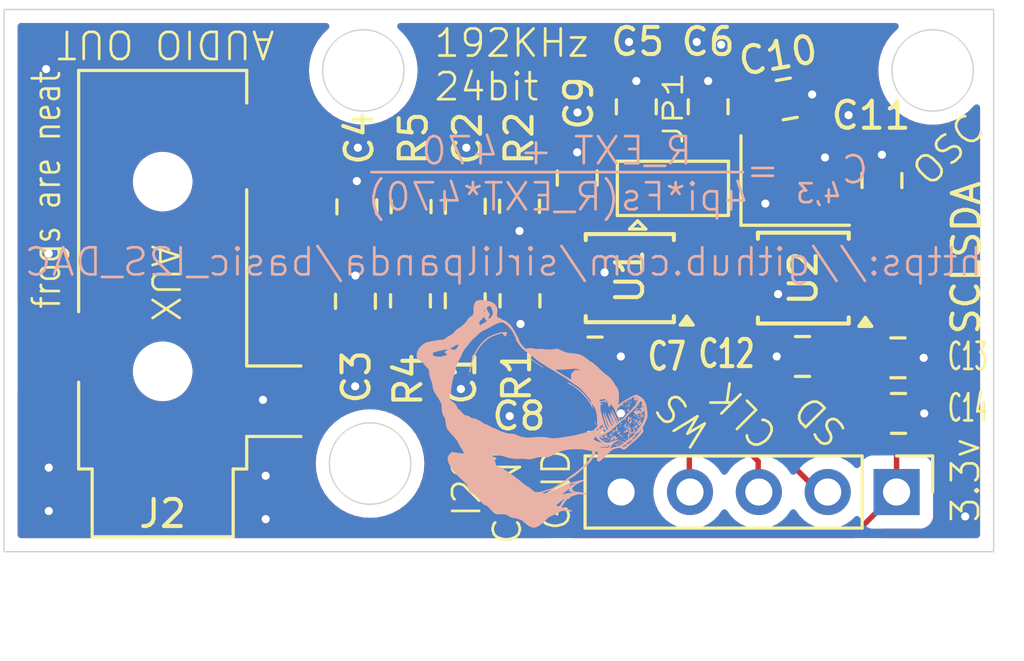
<source format=kicad_pcb>
(kicad_pcb (version 20240108) (generator "pcbnew") (generator_version "8.0")
  (layers (0 "F.Cu" signal) (31 "B.Cu" signal) (34 "B.Paste" user) (35 "F.Paste" user) (36 "B.SilkS" user "B.Silkscreen") (37 "F.SilkS" user "F.Silkscreen") (38 "B.Mask" user) (39 "F.Mask" user) (44 "Edge.Cuts" user))
  (net 0 "")
  (net 1 "Net-(JP1-C)")
  (net 2 "GND")
  (net 3 "Net-(JP1-B)")
  (net 4 "Net-(JP1-A)")
  (net 5 "+3.3V")
  (net 6 "/OUT_R")
  (net 7 "/OUT_R_POST")
  (net 8 "/OUT_L")
  (net 9 "/OUT_L_POST")
  (net 10 "/I2S_WS")
  (net 11 "/I2S_SD")
  (net 12 "/I2S_CLK")
  (net 13 "/MCLK")
  (net 14 "Net-(U1-FILT+)")
  (net 15 "Net-(U2-XA)")
  (net 16 "Net-(U2-XB)")
  (net 17 "Net-(U2-SCL)")
  (net 18 "Net-(U2-SDA)")
  (net 21 "Net-(C1-Pad1)")
  (net 22 "Net-(C2-Pad1)")
  (footprint "Crystal:Crystal_SMD_3225-4Pin_3.2x2.5mm" (layer "F.Cu") (at 113.43 59.31)
    (property "Reference" "Y1" (hide yes))
    (property "Value" "25MHz")
    (pad "1" smd rect (at -1.1 0.85) (size 1.4 1.2) (layers "F.Cu" "F.Paste" "F.Mask") (net 2 "GND"))
    (pad "2" smd rect (at 1.1 0.85) (size 1.4 1.2) (layers "F.Cu" "F.Paste" "F.Mask") (net 16 "Net-(U2-XB)"))
    (pad "3" smd rect (at 1.1 -0.85) (size 1.4 1.2) (layers "F.Cu" "F.Paste" "F.Mask") (net 2 "GND"))
    (pad "4" smd rect (at -1.1 -0.85) (size 1.4 1.2) (layers "F.Cu" "F.Paste" "F.Mask") (net 15 "Net-(U2-XA)"))
  )
  (footprint "Resistor_SMD:R_0805_2012Metric" (layer "F.Cu") (at 103.28 63.745 -90)
    (property "Reference" "R1" (at 2.744999 0.12 90) (layer "F.SilkS"))
    (property "Value" "10k")
    (pad "1" smd roundrect (at -0.9125 0 270) (size 1.025 1.4) (layers "F.Cu" "F.Paste" "F.Mask") (roundrect_rratio 0.243902) (net 21 "Net-(C1-Pad1)"))
    (pad "2" smd roundrect (at 0.9125 0 270) (size 1.025 1.4) (layers "F.Cu" "F.Paste" "F.Mask") (roundrect_rratio 0.243902) (net 2 "GND"))
  )
  (footprint "Capacitor_SMD:C_0805_2012Metric" (layer "F.Cu") (at 117.22 65.85)
    (property "Reference" "C13" (at 2.58 -0.05 180) (layer "F.SilkS") (effects (font (size 1 0.5) (thickness 0.1))))
    (property "Value" "0.1u")
    (pad "1" smd roundrect (at -0.95 0) (size 1 1.45) (layers "F.Cu" "F.Paste" "F.Mask") (net 5 "+3.3V"))
    (pad "2" smd roundrect (at 0.95 0) (size 1 1.45) (layers "F.Cu" "F.Paste" "F.Mask") (net 2 "GND"))
  )
  (footprint "Capacitor_SMD:C_0805_2012Metric" (layer "F.Cu") (at 101.26 63.745 -90)
    (property "Reference" "C1" (at 2.854999 0.12 90) (layer "F.SilkS"))
    (property "Value" "3.3u")
    (pad "1" smd roundrect (at -0.949999 0 270) (size 1 1.45) (layers "F.Cu" "F.Paste" "F.Mask") (net 21 "Net-(C1-Pad1)"))
    (pad "2" smd roundrect (at 0.949999 0 270) (size 1 1.45) (layers "F.Cu" "F.Paste" "F.Mask") (net 6 "/OUT_R"))
  )
  (footprint "Connector_PinHeader_2.54mm:PinHeader_1x05_P2.54mm_Vertical" (layer "F.Cu") (at 117.17 70.8 -90)
    (property "Reference" "J1" (hide yes))
    (property "Value" "Conn_01x05_Pin")
    (pad "1" thru_hole rect (at 0 0 270) (size 1.7 1.7) (drill 1) (layers "*.Cu" "*.Mask") (net 5 "+3.3V"))
    (pad "2" thru_hole oval (at 0 2.54 270) (size 1.7 1.7) (drill 1) (layers "*.Cu" "*.Mask") (net 11 "/I2S_SD"))
    (pad "3" thru_hole oval (at 0 5.08 270) (size 1.7 1.7) (drill 1) (layers "*.Cu" "*.Mask") (net 12 "/I2S_CLK"))
    (pad "4" thru_hole oval (at 0 7.62 270) (size 1.7 1.7) (drill 1) (layers "*.Cu" "*.Mask") (net 10 "/I2S_WS"))
    (pad "5" thru_hole oval (at 0 10.16 270) (size 1.7 1.7) (drill 1) (layers "*.Cu" "*.Mask") (net 2 "GND"))
  )
  (footprint "Package_SO:TSSOP-10_3x3mm_P0.5mm" (layer "F.Cu") (at 107.33 62.91 180)
    (property "Reference" "U1" (at 0 0.06 90) (layer "F.SilkS"))
    (property "Value" "CS4344")
    (pad "1" smd rect (at -2.15 -1 180) (size 1.1 0.25) (layers "F.Cu" "F.Paste" "F.Mask") (net 11 "/I2S_SD"))
    (pad "2" smd rect (at -2.15 -0.5 180) (size 1.1 0.25) (layers "F.Cu" "F.Paste" "F.Mask") (net 12 "/I2S_CLK"))
    (pad "3" smd rect (at -2.150001 0 180) (size 1.1 0.25) (layers "F.Cu" "F.Paste" "F.Mask") (net 10 "/I2S_WS"))
    (pad "4" smd rect (at -2.15 0.5 180) (size 1.1 0.25) (layers "F.Cu" "F.Paste" "F.Mask") (net 13 "/MCLK"))
    (pad "5" smd rect (at -2.15 1 180) (size 1.1 0.25) (layers "F.Cu" "F.Paste" "F.Mask") (net 1 "Net-(JP1-C)"))
    (pad "6" smd rect (at 2.15 1 180) (size 1.1 0.25) (layers "F.Cu" "F.Paste" "F.Mask") (net 14 "Net-(U1-FILT+)"))
    (pad "7" smd rect (at 2.15 0.5 180) (size 1.1 0.25) (layers "F.Cu" "F.Paste" "F.Mask") (net 8 "/OUT_L"))
    (pad "8" smd rect (at 2.150001 0 180) (size 1.1 0.25) (layers "F.Cu" "F.Paste" "F.Mask") (net 2 "GND"))
    (pad "9" smd rect (at 2.15 -0.5 180) (size 1.1 0.25) (layers "F.Cu" "F.Paste" "F.Mask") (net 5 "+3.3V"))
    (pad "10" smd rect (at 2.15 -1 180) (size 1.1 0.25) (layers "F.Cu" "F.Paste" "F.Mask") (net 6 "/OUT_R"))
  )
  (footprint "Capacitor_SMD:C_0805_2012Metric" (layer "F.Cu") (at 113.12 56.3 -170)
    (property "Reference" "C10" (at 0.037301 1.63126 190) (layer "F.SilkS"))
    (property "Value" "8p")
    (pad "1" smd roundrect (at -0.949999 -0.000001 190) (size 1 1.45) (layers "F.Cu" "F.Paste" "F.Mask") (net 2 "GND"))
    (pad "2" smd roundrect (at 0.949999 0.000001 190) (size 1 1.45) (layers "F.Cu" "F.Paste" "F.Mask") (net 15 "Net-(U2-XA)"))
  )
  (footprint "Capacitor_SMD:C_0805_2012Metric" (layer "F.Cu") (at 106.06 67.87)
    (property "Reference" "C8" (at -2.82 0.13 0) (layer "F.SilkS"))
    (property "Value" "0.1u")
    (pad "1" smd roundrect (at -0.95 0) (size 1 1.45) (layers "F.Cu" "F.Paste" "F.Mask") (net 5 "+3.3V"))
    (pad "2" smd roundrect (at 0.95 0) (size 1 1.45) (layers "F.Cu" "F.Paste" "F.Mask") (net 2 "GND"))
  )
  (footprint "Connector_Audio:Jack_3.5mm_CUI_SJ-3523-SMT_Horizontal" (layer "F.Cu") (at 90.1 63.85 180)
    (property "Reference" "J2" (at 0 -7.75 180) (layer "F.SilkS"))
    (property "Value" "AudioJack3")
    (pad "" np_thru_hole circle (at 0 -2.5 180) (size 1.7 1.7) (drill 1.7) (layers "*.Cu" "*.Mask"))
    (pad "" np_thru_hole circle (at 0 4.500001 180) (size 1.7 1.7) (drill 1.7) (layers "*.Cu" "*.Mask"))
    (pad "R" smd rect (at 3.7 -1.6 180) (size 2.8 2.2) (layers "F.Cu" "F.Paste" "F.Mask") (net 7 "/OUT_R_POST"))
    (pad "S" smd rect (at -3.700001 -3.6 180) (size 2.8 2.2) (layers "F.Cu" "F.Paste" "F.Mask") (net 2 "GND"))
    (pad "T" smd rect (at -3.7 5.8 180) (size 2.8 2.8) (layers "F.Cu" "F.Paste" "F.Mask") (net 9 "/OUT_L_POST"))
  )
  (footprint "Jumper:SolderJumper-3_P1.3mm_Open_Pad1.0x1.5mm" (layer "F.Cu") (at 108.92 59.6)
    (property "Reference" "JP1" (at 0.01 -2.95 90) (layer "F.SilkS") (effects (font (size 0.7 1) (thickness 0.1))))
    (property "Value" "Popguard ramp")
    (pad "1" smd rect (at -1.3 0) (size 1 1.5) (layers "F.Cu" "F.Mask") (net 4 "Net-(JP1-A)"))
    (pad "2" smd rect (at 0 0) (size 1 1.5) (layers "F.Cu" "F.Mask") (net 1 "Net-(JP1-C)"))
    (pad "3" smd rect (at 1.3 0) (size 1 1.5) (layers "F.Cu" "F.Mask") (net 3 "Net-(JP1-B)"))
  )
  (footprint "Capacitor_SMD:C_0805_2012Metric" (layer "F.Cu") (at 117.239999 67.9)
    (property "Reference" "C14" (at 2.560001 -0.2 180) (layer "F.SilkS") (effects (font (size 1 0.5) (thickness 0.1))))
    (property "Value" "1u")
    (pad "1" smd roundrect (at -0.949999 0) (size 1 1.45) (layers "F.Cu" "F.Paste" "F.Mask") (net 5 "+3.3V"))
    (pad "2" smd roundrect (at 0.949999 0) (size 1 1.45) (layers "F.Cu" "F.Paste" "F.Mask") (net 2 "GND"))
  )
  (footprint "Capacitor_SMD:C_0805_2012Metric" (layer "F.Cu") (at 106.05 65.82)
    (property "Reference" "C7" (at 2.65 -0.02 0) (layer "F.SilkS") (effects (font (size 1 0.7))))
    (property "Value" "0.1u")
    (pad "1" smd roundrect (at -0.95 0) (size 1 1.45) (layers "F.Cu" "F.Paste" "F.Mask") (net 5 "+3.3V"))
    (pad "2" smd roundrect (at 0.95 0) (size 1 1.45) (layers "F.Cu" "F.Paste" "F.Mask") (net 2 "GND"))
  )
  (footprint "Resistor_SMD:R_0805_2012Metric" (layer "F.Cu") (at 103.2625 60.26 -90)
    (property "Reference" "R2" (at -2.51 0.0125 90) (layer "F.SilkS"))
    (property "Value" "10k")
    (pad "1" smd roundrect (at -0.9125 0 270) (size 1.025 1.4) (layers "F.Cu" "F.Paste" "F.Mask") (roundrect_rratio 0.243902) (net 22 "Net-(C2-Pad1)"))
    (pad "2" smd roundrect (at 0.9125 0 270) (size 1.025 1.4) (layers "F.Cu" "F.Paste" "F.Mask") (roundrect_rratio 0.243902) (net 2 "GND"))
  )
  (footprint "Connector_Wire:SolderWirePad_1x01_SMD_1x2mm" (layer "F.Cu") (at 118.31 63.5)
    (property "Reference" "SCL" (at 1.42 0.1 90) (layer "F.SilkS"))
    (property "Value" "TestPoint")
    (pad "1" smd roundrect (at 0 0) (size 1 2) (layers "F.Cu" "F.Paste" "F.Mask") (net 17 "Net-(U2-SCL)"))
  )
  (footprint "Capacitor_SMD:C_0805_2012Metric" (layer "F.Cu") (at 110.22 56.59 90)
    (property "Reference" "C6" (at 2.4 0 0) (layer "F.SilkS"))
    (property "Value" "10u")
    (pad "1" smd roundrect (at -0.949999 0 90) (size 1 1.45) (layers "F.Cu" "F.Paste" "F.Mask") (net 3 "Net-(JP1-B)"))
    (pad "2" smd roundrect (at 0.949999 0 90) (size 1 1.45) (layers "F.Cu" "F.Paste" "F.Mask") (net 2 "GND"))
  )
  (footprint "Capacitor_SMD:C_0805_2012Metric" (layer "F.Cu") (at 101.2625 60.26 -90)
    (property "Reference" "C2" (at -2.51 -0.0875 90) (layer "F.SilkS"))
    (property "Value" "3.3u")
    (pad "1" smd roundrect (at -0.949999 0 270) (size 1 1.45) (layers "F.Cu" "F.Paste" "F.Mask") (net 22 "Net-(C2-Pad1)"))
    (pad "2" smd roundrect (at 0.949999 0 270) (size 1 1.45) (layers "F.Cu" "F.Paste" "F.Mask") (net 8 "/OUT_L"))
  )
  (footprint "Package_SO:MSOP-10_3x3mm_P0.5mm" (layer "F.Cu") (at 113.73 62.91 180)
    (property "Reference" "U2" (at 0 0 -90) (layer "F.SilkS"))
    (property "Value" "Si5351A-B-GT")
    (pad "1" smd rect (at -2.2 -1 180) (size 1.4 0.3) (layers "F.Cu" "F.Paste" "F.Mask") (net 5 "+3.3V"))
    (pad "2" smd rect (at -2.2 -0.499999 180) (size 1.4 0.3) (layers "F.Cu" "F.Paste" "F.Mask") (net 15 "Net-(U2-XA)"))
    (pad "3" smd rect (at -2.2 0 180) (size 1.4 0.3) (layers "F.Cu" "F.Paste" "F.Mask") (net 16 "Net-(U2-XB)"))
    (pad "4" smd rect (at -2.2 0.499999 180) (size 1.4 0.3) (layers "F.Cu" "F.Paste" "F.Mask") (net 17 "Net-(U2-SCL)"))
    (pad "5" smd rect (at -2.2 1 180) (size 1.4 0.3) (layers "F.Cu" "F.Paste" "F.Mask") (net 18 "Net-(U2-SDA)"))
    (pad "6" smd rect (at 2.2 1 180) (size 1.4 0.3) (layers "F.Cu" "F.Paste" "F.Mask"))
    (pad "7" smd rect (at 2.2 0.499999 180) (size 1.4 0.3) (layers "F.Cu" "F.Paste" "F.Mask") (net 5 "+3.3V"))
    (pad "8" smd rect (at 2.2 0 180) (size 1.4 0.3) (layers "F.Cu" "F.Paste" "F.Mask") (net 2 "GND"))
    (pad "9" smd rect (at 2.2 -0.499999 180) (size 1.4 0.3) (layers "F.Cu" "F.Paste" "F.Mask"))
    (pad "10" smd rect (at 2.2 -1 180) (size 1.4 0.3) (layers "F.Cu" "F.Paste" "F.Mask") (net 13 "/MCLK"))
  )
  (footprint "Capacitor_SMD:C_0805_2012Metric" (layer "F.Cu") (at 113.7 65.8 180)
    (property "Reference" "C12" (at 2.8 0.1 180) (layer "F.SilkS") (effects (font (size 1 0.7))))
    (property "Value" "0.1u")
    (pad "1" smd roundrect (at -0.949999 0 180) (size 1 1.45) (layers "F.Cu" "F.Paste" "F.Mask") (net 5 "+3.3V"))
    (pad "2" smd roundrect (at 0.949999 0 180) (size 1 1.45) (layers "F.Cu" "F.Paste" "F.Mask") (net 2 "GND"))
  )
  (footprint "Capacitor_SMD:C_0805_2012Metric" (layer "F.Cu") (at 97.2625 60.28 90)
    (property "Reference" "C4" (at 2.53 0.0875 270) (layer "F.SilkS"))
    (property "Value" "C")
    (pad "1" smd roundrect (at -0.949999 0 90) (size 1 1.45) (layers "F.Cu" "F.Paste" "F.Mask") (net 9 "/OUT_L_POST"))
    (pad "2" smd roundrect (at 0.949999 0 90) (size 1 1.45) (layers "F.Cu" "F.Paste" "F.Mask") (net 2 "GND"))
  )
  (footprint "Resistor_SMD:R_0805_2012Metric" (layer "F.Cu") (at 99.2625 60.2725 -90)
    (property "Reference" "R5" (at -2.5225 -0.0875 90) (layer "F.SilkS"))
    (property "Value" "470")
    (pad "1" smd roundrect (at -0.9125 0 270) (size 1.025 1.4) (layers "F.Cu" "F.Paste" "F.Mask") (roundrect_rratio 0.243902) (net 22 "Net-(C2-Pad1)"))
    (pad "2" smd roundrect (at 0.9125 0 270) (size 1.025 1.4) (layers "F.Cu" "F.Paste" "F.Mask") (roundrect_rratio 0.243902) (net 9 "/OUT_L_POST"))
  )
  (footprint "Capacitor_SMD:C_0805_2012Metric" (layer "F.Cu") (at 105.39 59.22 90)
    (property "Reference" "C9" (at 2.76 0.06 270) (layer "F.SilkS"))
    (property "Value" "0.1u")
    (pad "1" smd roundrect (at -0.949999 0 90) (size 1 1.45) (layers "F.Cu" "F.Paste" "F.Mask") (net 14 "Net-(U1-FILT+)"))
    (pad "2" smd roundrect (at 0.949999 0 90) (size 1 1.45) (layers "F.Cu" "F.Paste" "F.Mask") (net 2 "GND"))
  )
  (footprint "Connector_Wire:SolderWirePad_1x01_SMD_1x2mm" (layer "F.Cu") (at 118.34 60.89)
    (property "Reference" "SDA" (at 1.41 -0.14 90) (layer "F.SilkS"))
    (property "Value" "TestPoint")
    (pad "1" smd roundrect (at 0 0) (size 1 2) (layers "F.Cu" "F.Paste" "F.Mask") (net 18 "Net-(U2-SDA)"))
  )
  (footprint "Capacitor_SMD:C_0805_2012Metric" (layer "F.Cu") (at 97.21 63.765001 90)
    (property "Reference" "C3" (at -2.784999 0.03 270) (layer "F.SilkS"))
    (property "Value" "C")
    (pad "1" smd roundrect (at -0.949999 0 90) (size 1 1.45) (layers "F.Cu" "F.Paste" "F.Mask") (net 7 "/OUT_R_POST"))
    (pad "2" smd roundrect (at 0.949999 0 90) (size 1 1.45) (layers "F.Cu" "F.Paste" "F.Mask") (net 2 "GND"))
  )
  (footprint "Capacitor_SMD:C_0805_2012Metric" (layer "F.Cu") (at 116.63 59.31 -90)
    (property "Reference" "C11" (at -2.4 0.4 0) (layer "F.SilkS"))
    (property "Value" "8p")
    (pad "1" smd roundrect (at -0.949999 0 270) (size 1 1.45) (layers "F.Cu" "F.Paste" "F.Mask") (net 2 "GND"))
    (pad "2" smd roundrect (at 0.949999 0 270) (size 1 1.45) (layers "F.Cu" "F.Paste" "F.Mask") (net 16 "Net-(U2-XB)"))
  )
  (footprint "Capacitor_SMD:C_0805_2012Metric" (layer "F.Cu") (at 107.57 56.59 90)
    (property "Reference" "C5" (at 2.4 0.05 0) (layer "F.SilkS"))
    (property "Value" "3.3u")
    (pad "1" smd roundrect (at -0.949999 0 90) (size 1 1.45) (layers "F.Cu" "F.Paste" "F.Mask") (net 4 "Net-(JP1-A)"))
    (pad "2" smd roundrect (at 0.949999 0 90) (size 1 1.45) (layers "F.Cu" "F.Paste" "F.Mask") (net 2 "GND"))
  )
  (footprint "Resistor_SMD:R_0805_2012Metric" (layer "F.Cu") (at 99.24 63.7475 -90)
    (property "Reference" "R4" (at 2.902499 0.09 90) (layer "F.SilkS"))
    (property "Value" "470")
    (pad "1" smd roundrect (at -0.9125 0 270) (size 1.025 1.4) (layers "F.Cu" "F.Paste" "F.Mask") (roundrect_rratio 0.243902) (net 21 "Net-(C1-Pad1)"))
    (pad "2" smd roundrect (at 0.9125 0 270) (size 1.025 1.4) (layers "F.Cu" "F.Paste" "F.Mask") (roundrect_rratio 0.243902) (net 7 "/OUT_R_POST"))
  )
  (footprint "frogs:frog_smol" (layer "B.Cu") (at 103.276055 67.419522 -135)
    (property "Reference" "G***" (hide yes))
    (property "Value" "LOGO" (hide yes))
  )
  (gr_line (start 111.5 59) (end 97.8 59) (stroke (width 0.1)) (layer "B.SilkS"))
  (gr_line (start 84.25 73) (end 84.25 53) (stroke (width 0.05)) (layer "Edge.Cuts"))
  (gr_line (start 119 73) (end 84.25 73) (stroke (width 0.05)) (layer "Edge.Cuts"))
  (gr_circle (center 97.75 69.75) (end 99.25 69.75) (stroke (width 0.05)) (fill none) (layer "Edge.Cuts"))
  (gr_line (start 84.25 53) (end 120.75 53) (stroke (width 0.05)) (layer "Edge.Cuts"))
  (gr_circle (center 97.5 55.25) (end 99 55.25) (stroke (width 0.05)) (fill none) (layer "Edge.Cuts"))
  (gr_line (start 120.75 53) (end 120.75 73) (stroke (width 0.05)) (layer "Edge.Cuts"))
  (gr_circle (center 118.5 55.25) (end 120 55.25) (stroke (width 0.05)) (fill none) (layer "Edge.Cuts"))
  (gr_line (start 120.75 73) (end 119 73) (stroke (width 0.05)) (layer "Edge.Cuts"))
  (gr_text "C   =" (at 116.2 59.5 0) (layer "B.SilkS") (effects (font (size 1 1) (thickness 0.1)) (justify left bottom mirror)))
  (gr_text "https://github.com/sirlilpanda/basic_I2S_DAC" (at 120.4 62.9 0) (layer "B.SilkS") (effects (font (size 1 1) (thickness 0.1)) (justify left bottom mirror)))
  (gr_text "R_EXT + 470" (at 109.7 58.8 0) (layer "B.SilkS") (effects (font (size 1 1) (thickness 0.1)) (justify left bottom mirror)))
  (gr_text "4pi*Fs(R_EXT*470)" (at 111.8 60.5 0) (layer "B.SilkS") (effects (font (size 1 1) (thickness 0.1)) (justify left bottom mirror)))
  (gr_text "4,3" (at 115.2 60.2 0) (layer "B.SilkS") (effects (font (size 0.7 0.7) (thickness 0.1)) (justify left bottom mirror)))
  (gr_text "frogs are neat" (at 86.4 64.1 90) (layer "F.SilkS") (effects (font (size 1 0.8) (thickness 0.1)) (justify left bottom)))
  (gr_text "WS" (at 110.5 68.5 135) (layer "F.SilkS") (effects (font (size 1 1) (thickness 0.1)) (justify left bottom)))
  (gr_text "SD" (at 115.5 68.5 135) (layer "F.SilkS") (effects (font (size 1 1) (thickness 0.1)) (justify left bottom)))
  (gr_text "GND" (at 105.2 72.3 90) (layer "F.SilkS") (effects (font (size 1 1) (thickness 0.1)) (justify left bottom)))
  (gr_text "I2S" (at 101.9 71.8 90) (layer "F.SilkS") (effects (font (size 1 1) (thickness 0.1)) (justify left bottom)))
  (gr_text "OSC" (at 118.4 59.7 45) (layer "F.SilkS") (effects (font (size 1 1) (thickness 0.1)) (justify left bottom)))
  (gr_text "3.3v" (at 120.3 72 90) (layer "F.SilkS") (effects (font (size 1 1) (thickness 0.1)) (justify left bottom)))
  (gr_text "CONN" (at 103.4 72.8 90) (layer "F.SilkS") (effects (font (size 1 1) (thickness 0.1)) (justify left bottom)))
  (gr_text "AUDIO OUT" (at 94.3 53.7 180) (layer "F.SilkS") (effects (font (size 1 1) (thickness 0.1)) (justify left bottom)))
  (gr_text "AUX" (at 89.6 61.6 -90) (layer "F.SilkS") (effects (font (size 1 1) (thickness 0.1)) (justify left bottom)))
  (gr_text "192KHz\n24bit" (at 100.048386 56.437327 0) (layer "F.SilkS") (effects (font (size 1 1) (thickness 0.1)) (justify left bottom)))
  (gr_text "CLK" (at 113 68.6 135) (layer "F.SilkS") (effects (font (size 1 1) (thickness 0.1)) (justify left bottom)))
  (segment (start 109.48 61.91) (end 108.92 61.35) (width 0.2) (layer "F.Cu") (net 1))
  (segment (start 108.92 61.35) (end 108.92 59.69) (width 0.2) (layer "F.Cu") (net 1))
  (segment (start 112.8 63.5) (end 112.7 63.5) (width 0.2) (layer "F.Cu") (net 2))
  (segment (start 112.480001 62.91) (end 112.8 63.229999) (width 0.2) (layer "F.Cu") (net 2))
  (segment (start 111.53 62.91) (end 112.480001 62.91) (width 0.2) (layer "F.Cu") (net 2))
  (segment (start 106.19 62.91) (end 106.4 62.7) (width 0.2) (layer "F.Cu") (net 2))
  (segment (start 105.179999 62.91) (end 106.19 62.91) (width 0.2) (layer "F.Cu") (net 2))
  (segment (start 112.8 63.229999) (end 112.8 63.5) (width 0.2) (layer "F.Cu") (net 2))
  (via (at 85.8 55.2) (size 0.6) (drill 0.3) (layers "F.Cu" "B.Cu") (net 2))
  (via (at 97.21 62.815002) (size 0.6) (drill 0.3) (layers "F.Cu" "B.Cu") (net 2))
  (via (at 97.3 58.1) (size 0.6) (drill 0.3) (layers "F.Cu" "B.Cu") (net 2))
  (via (at 102.9 68) (size 0.6) (drill 0.3) (layers "F.Cu" "B.Cu") (net 2))
  (via (at 114.055566 56.135035) (size 0.6) (drill 0.3) (layers "F.Cu" "B.Cu") (net 2))
  (via (at 101.1 67) (size 0.6) (drill 0.3) (layers "F.Cu" "B.Cu") (net 2))
  (via (at 107.57 55.640001) (size 0.6) (drill 0.3) (layers "F.Cu" "B.Cu") (net 2))
  (via (at 109.8 54.2) (size 0.6) (drill 0.3) (layers "F.Cu" "B.Cu") (net 2))
  (via (at 107 67.9) (size 0.6) (drill 0.3) (layers "F.Cu" "B.Cu") (net 2))
  (via (at 106.4 62.7) (size 0.6) (drill 0.3) (layers "F.Cu" "B.Cu") (net 2))
  (via (at 110.22 55.640001) (size 0.6) (drill 0.3) (layers "F.Cu" "B.Cu") (net 2))
  (via (at 112.750001 65.8) (size 0.6) (drill 0.3) (layers "F.Cu" "B.Cu") (net 2))
  (via (at 97.2 66.9) (size 0.6) (drill 0.3) (layers "F.Cu" "B.Cu") (net 2))
  (via (at 85.9 71.5) (size 0.6) (drill 0.3) (layers "F.Cu" "B.Cu") (net 2))
  (via (at 85.9 69.9) (size 0.6) (drill 0.3) (layers "F.Cu" "B.Cu") (net 2))
  (via (at 112.33 60.16) (size 0.6) (drill 0.3) (layers "F.Cu" "B.Cu") (net 2))
  (via (at 118.189998 67.9) (size 0.6) (drill 0.3) (layers "F.Cu" "B.Cu") (net 2))
  (via (at 115.4 56.9) (size 0.6) (drill 0.3) (layers "F.Cu" "B.Cu") (net 2))
  (via (at 118.17 65.85) (size 0.6) (drill 0.3) (layers "F.Cu" "B.Cu") (net 2))
  (via (at 105.4 56.8) (size 0.6) (drill 0.3) (layers "F.Cu" "B.Cu") (net 2))
  (via (at 101.3 58.1) (size 0.6) (drill 0.3) (layers "F.Cu" "B.Cu") (net 2))
  (via (at 97.2625 59.330001) (size 0.6) (drill 0.3) (layers "F.Cu" "B.Cu") (net 2))
  (via (at 119.7 71.7) (size 0.6) (drill 0.3) (layers "F.Cu" "B.Cu") (net 2))
  (via (at 105.39 58.270001) (size 0.6) (drill 0.3) (layers "F.Cu" "B.Cu") (net 2))
  (via (at 93.8 67.4) (size 0.6) (drill 0.3) (layers "F.Cu" "B.Cu") (net 2))
  (via (at 114.53 58.46) (size 0.6) (drill 0.3) (layers "F.Cu" "B.Cu") (net 2))
  (via (at 107.3 54.2) (size 0.6) (drill 0.3) (layers "F.Cu" "B.Cu") (net 2))
  (via (at 103.2625 61.1725) (size 0.6) (drill 0.3) (layers "F.Cu" "B.Cu") (net 2))
  (via (at 112.8 63.5) (size 0.6) (drill 0.3) (layers "F.Cu" "B.Cu") (net 2))
  (via (at 93.9 70.2) (size 0.6) (drill 0.3) (layers "F.Cu" "B.Cu") (net 2))
  (via (at 85.9 62) (size 0.6) (drill 0.3) (layers "F.Cu" "B.Cu") (net 2))
  (via (at 93.9 71.8) (size 0.6) (drill 0.3) (layers "F.Cu" "B.Cu") (net 2))
  (via (at 107 65.8) (size 0.6) (drill 0.3) (layers "F.Cu" "B.Cu") (net 2))
  (via (at 116.63 58.360001) (size 0.6) (drill 0.3) (layers "F.Cu" "B.Cu") (net 2))
  (via (at 110.7 54.3) (size 0.6) (drill 0.3) (layers "F.Cu" "B.Cu") (net 2))
  (via (at 103.3 64.6) (size 0.6) (drill 0.3) (layers "F.Cu" "B.Cu") (net 2))
  (segment (start 110.22 59.69) (end 110.22 57.539999) (width 0.2) (layer "F.Cu") (net 3))
  (segment (start 107.62 57.589999) (end 107.57 57.539999) (width 0.2) (layer "F.Cu") (net 4))
  (segment (start 107.62 59.69) (end 107.62 57.589999) (width 0.2) (layer "F.Cu") (net 4))
  (segment (start 105.18 63.41) (end 105.955 63.41) (width 0.2) (layer "F.Cu") (net 5))
  (segment (start 116.29 67.9) (end 116.29 65.87) (width 0.8) (layer "F.Cu") (net 5))
  (segment (start 112.55853 62.410001) (end 114.649999 64.50147) (width 0.2) (layer "F.Cu") (net 5))
  (segment (start 106.37 64.13) (end 105.1 65.4) (width 0.2) (layer "F.Cu") (net 5))
  (segment (start 111.53 62.410001) (end 112.55853 62.410001) (width 0.2) (layer "F.Cu") (net 5))
  (segment (start 114.699999 65.85) (end 114.649999 65.8) (width 0.8) (layer "F.Cu") (net 5))
  (segment (start 105.955 63.41) (end 106.37 63.825) (width 0.2) (layer "F.Cu") (net 5))
  (segment (start 117.17 70.8) (end 117.17 68.78) (width 0.2) (layer "F.Cu") (net 5))
  (segment (start 116.29 65.87) (end 116.27 65.85) (width 0.8) (layer "F.Cu") (net 5))
  (segment (start 106.37 63.825) (end 106.37 64.13) (width 0.2) (layer "F.Cu") (net 5))
  (segment (start 105.11 72.25) (end 105.26 72.4) (width 0.2) (layer "F.Cu") (net 5))
  (segment (start 105.26 72.4) (end 115.57 72.4) (width 0.2) (layer "F.Cu") (net 5))
  (segment (start 105.11 72.25) (end 105.11 67.87) (width 0.2) (layer "F.Cu") (net 5))
  (segment (start 115.57 72.4) (end 117.17 70.8) (width 0.2) (layer "F.Cu") (net 5))
  (segment (start 117.17 68.78) (end 116.29 67.9) (width 0.2) (layer "F.Cu") (net 5))
  (segment (start 105.11 65.83) (end 105.1 65.82) (width 0.8) (layer "F.Cu") (net 5))
  (segment (start 114.649999 64.50147) (end 114.649999 65.8) (width 0.2) (layer "F.Cu") (net 5))
  (segment (start 105.11 67.87) (end 105.11 65.83) (width 0.8) (layer "F.Cu") (net 5))
  (segment (start 105.1 65.4) (end 105.1 65.82) (width 0.2) (layer "F.Cu") (net 5))
  (segment (start 115.93 65.51) (end 116.27 65.85) (width 0.2) (layer "F.Cu") (net 5))
  (segment (start 116.27 65.85) (end 114.699999 65.85) (width 0.8) (layer "F.Cu") (net 5))
  (segment (start 115.93 63.91) (end 115.93 65.51) (width 0.2) (layer "F.Cu") (net 5))
  (segment (start 105.18 63.91) (end 105.11 63.84) (width 0.2) (layer "F.Cu") (net 6))
  (segment (start 105.11 63.84) (end 102.114999 63.84) (width 0.2) (layer "F.Cu") (net 6))
  (segment (start 102.114999 63.84) (end 101.26 64.694999) (width 0.2) (layer "F.Cu") (net 6))
  (segment (start 97.21 64.714998) (end 99.185001 64.714998) (width 0.2) (layer "F.Cu") (net 7))
  (segment (start 86.9 64.5) (end 96.995 64.5) (width 0.2) (layer "F.Cu") (net 7))
  (segment (start 86.3 65.1) (end 86.9 64.5) (width 0.2) (layer "F.Cu") (net 7))
  (segment (start 96.995 64.5) (end 97.21 64.715) (width 0.2) (layer "F.Cu") (net 7))
  (segment (start 99.185001 64.714998) (end 99.24 64.66) (width 0.2) (layer "F.Cu") (net 7))
  (segment (start 102.037501 61.985) (end 101.2625 61.209999) (width 0.2) (layer "F.Cu") (net 8))
  (segment (start 104.354744 62.41) (end 103.929744 61.985) (width 0.2) (layer "F.Cu") (net 8))
  (segment (start 103.929744 61.985) (end 102.037501 61.985) (width 0.2) (layer "F.Cu") (net 8))
  (segment (start 105.18 62.41) (end 104.354744 62.41) (width 0.2) (layer "F.Cu") (net 8))
  (segment (start 97.2625 61.229999) (end 95.37125 61.229999) (width 0.2) (layer "F.Cu") (net 9))
  (segment (start 99.2625 61.185) (end 97.307499 61.185) (width 0.2) (layer "F.Cu") (net 9))
  (segment (start 93.7 59.558749) (end 93.7 57.7) (width 0.2) (layer "F.Cu") (net 9))
  (segment (start 97.307499 61.185) (end 97.2625 61.229999) (width 0.2) (layer "F.Cu") (net 9))
  (segment (start 95.37125 61.229999) (end 93.7 59.558749) (width 0.2) (layer "F.Cu") (net 9))
  (segment (start 109.480001 62.91) (end 108.705 62.91) (width 0.2) (layer "F.Cu") (net 10))
  (segment (start 108.705 62.91) (end 107.92 63.695) (width 0.2) (layer "F.Cu") (net 10))
  (segment (start 107.92 66.73) (end 109.525 68.335) (width 0.2) (layer "F.Cu") (net 10))
  (segment (start 107.92 63.695) (end 107.92 66.73) (width 0.2) (layer "F.Cu") (net 10))
  (segment (start 109.525 68.335) (end 109.525 71.095) (width 0.2) (layer "F.Cu") (net 10))
  (segment (start 110 66.49) (end 114.605 71.095) (width 0.2) (layer "F.Cu") (net 11))
  (segment (start 109.48 63.91) (end 110 64.43) (width 0.2) (layer "F.Cu") (net 11))
  (segment (start 110 64.43) (end 110 66.49) (width 0.2) (layer "F.Cu") (net 11))
  (segment (start 109.48 63.41) (end 109.405 63.335) (width 0.2) (layer "F.Cu") (net 12))
  (segment (start 108.5 63.680686) (end 108.5 66.1) (width 0.2) (layer "F.Cu") (net 12))
  (segment (start 108.5 66.1) (end 112.065001 69.665001) (width 0.2) (layer "F.Cu") (net 12))
  (segment (start 112.065001 69.665001) (end 112.065001 71.095) (width 0.2) (layer "F.Cu") (net 12))
  (segment (start 108.845686 63.335) (end 108.5 63.680686) (width 0.2) (layer "F.Cu") (net 12))
  (segment (start 109.405 63.335) (end 108.845686 63.335) (width 0.2) (layer "F.Cu") (net 12))
  (segment (start 111.53 63.91) (end 110.580001 63.91) (width 0.2) (layer "F.Cu") (net 13))
  (segment (start 110.330001 62.610001) (end 110.13 62.41) (width 0.2) (layer "F.Cu") (net 13))
  (segment (start 110.33 63.659999) (end 110.330001 62.610001) (width 0.2) (layer "F.Cu") (net 13))
  (segment (start 110.13 62.41) (end 109.48 62.41) (width 0.2) (layer "F.Cu") (net 13))
  (segment (start 110.580001 63.91) (end 110.33 63.659999) (width 0.2) (layer "F.Cu") (net 13))
  (segment (start 105.18 60.379999) (end 105.39 60.169999) (width 0.2) (layer "F.Cu") (net 14))
  (segment (start 105.18 61.91) (end 105.18 60.379999) (width 0.2) (layer "F.Cu") (net 14))
  (segment (start 113.53 61.96) (end 114.979999 63.409999) (width 0.2) (layer "F.Cu") (net 15))
  (segment (start 114.979999 63.409999) (end 115.93 63.409999) (width 0.2) (layer "F.Cu") (net 15))
  (segment (start 112.33 58.46) (end 112.33 56.659999) (width 0.2) (layer "F.Cu") (net 15))
  (segment (start 113.53 59.46) (end 113.53 61.96) (width 0.2) (layer "F.Cu") (net 15))
  (segment (start 112.53 58.46) (end 113.53 59.46) (width 0.2) (layer "F.Cu") (net 15))
  (segment (start 112.33 56.659999) (end 112.170001 56.5) (width 0.2) (layer "F.Cu") (net 15))
  (segment (start 112.33 58.46) (end 112.53 58.46) (width 0.2) (layer "F.Cu") (net 15))
  (segment (start 114.53 62.31) (end 115.13 62.91) (width 0.2) (layer "F.Cu") (net 16))
  (segment (start 114.629999 60.259999) (end 114.53 60.16) (width 0.2) (layer "F.Cu") (net 16))
  (segment (start 115.13 62.91) (end 115.93 62.91) (width 0.2) (layer "F.Cu") (net 16))
  (segment (start 114.53 60.16) (end 114.53 62.31) (width 0.2) (layer "F.Cu") (net 16))
  (segment (start 116.63 60.259999) (end 114.629999 60.259999) (width 0.2) (layer "F.Cu") (net 16))
  (segment (start 116.880001 62.410001) (end 115.93 62.410001) (width 0.2) (layer "F.Cu") (net 17))
  (segment (start 118.31 63.5) (end 117.97 63.5) (width 0.2) (layer "F.Cu") (net 17))
  (segment (start 117.97 63.5) (end 116.880001 62.410001) (width 0.2) (layer "F.Cu") (net 17))
  (segment (start 118.34 60.89) (end 117.32 61.91) (width 0.2) (layer "F.Cu") (net 18))
  (segment (start 117.32 61.91) (end 115.93 61.91) (width 0.2) (layer "F.Cu") (net 18))
  (segment (start 99.2425 62.8325) (end 99.24 62.835) (width 0.2) (layer "F.Cu") (net 21))
  (segment (start 103.28 62.8325) (end 99.2425 62.8325) (width 0.2) (layer "F.Cu") (net 21))
  (segment (start 99.2625 59.36) (end 103.25 59.36) (width 0.2) (layer "F.Cu") (net 22))
  (segment (start 103.25 59.36) (end 103.2625 59.3475) (width 0.2) (layer "F.Cu") (net 22))
  (zone (net 2) (net_name "GND") (layer "F.Cu") (priority 1) (connect_pads yes (clearance 0.5)) (min_thickness 0.25) (fill yes (thermal_gap 0.5) (thermal_bridge_width 0.5))
    (polygon (pts (xy 84.1 52.8) (xy 120.9 52.8) (xy 120.9 73.2) (xy 84.1 73.2)))
  )
  (zone (net 2) (net_name "GND") (layer "B.Cu") (connect_pads yes (clearance 0.5)) (min_thickness 0.25) (fill yes (thermal_gap 0.5) (thermal_bridge_width 0.5))
    (polygon (pts (xy 84.1 52.8) (xy 120.9 52.8) (xy 120.9 73.2) (xy 84.1 73.2)))
  )
)
</source>
